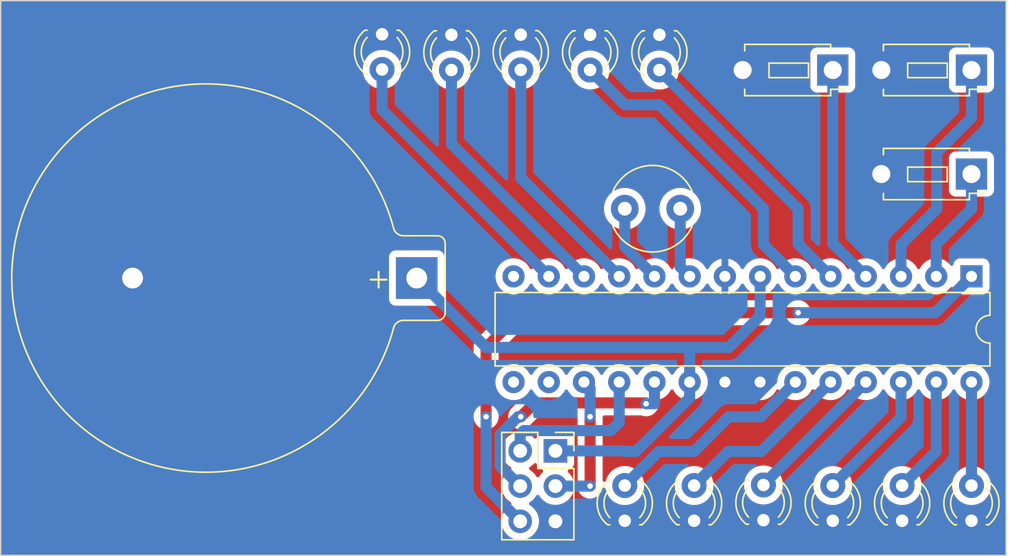
<source format=kicad_pcb>
(kicad_pcb (version 20221018) (generator pcbnew)
  (layers (0 "F.Cu" signal) (31 "B.Cu" signal) (34 "B.Paste" user) (35 "F.Paste" user) (36 "B.SilkS" user "B.Silkscreen") (37 "F.SilkS" user "F.Silkscreen") (38 "B.Mask" user) (39 "F.Mask" user) (44 "Edge.Cuts" user))
  (net 0 "")
  (net 1 "Net-(BT1-+)")
  (net 2 "Net-(D1-A)")
  (net 3 "Net-(D2-A)")
  (net 4 "Net-(D3-A)")
  (net 5 "Net-(D4-A)")
  (net 6 "Net-(D5-A)")
  (net 7 "Net-(D6-A)")
  (net 8 "Net-(D7-A)")
  (net 9 "Net-(D8-A)")
  (net 10 "Net-(D9-A)")
  (net 11 "Net-(D10-A)")
  (net 12 "Net-(D11-A)")
  (net 13 "Net-(U1-XTAL1{slash}PB6)")
  (net 14 "Net-(U1-XTAL2{slash}PB7)")
  (net 15 "Net-(J1-Pin_2)")
  (net 16 "Net-(J1-Pin_3)")
  (net 17 "Net-(J1-Pin_4)")
  (net 18 "Net-(J1-Pin_6)")
  (net 19 "Net-(U1-PD0)")
  (net 20 "Net-(U1-PD1)")
  (net 21 "Net-(U1-PD2)")
  (net 22 "GND")
  (footprint "Button_Switch_THT:SW_PUSH_1P1T_6x3.5mm_H5.0_APEM_MJTP1250" (layer "F.Cu") (at 97.5 35.000001 180)
    (fp_text reference "SW1" hide)
    (fp_text value "SW_Push")
    (fp_line (start 0.15 -1.85) (end 0.15 -1.39) (stroke (width 0.12)) (layer "F.SilkS"))
    (fp_line (start 0.15 -1.39) (end -0.85 -1.39) (stroke (width 0.12)) (layer "F.SilkS"))
    (fp_line (start 0.15 1.39) (end 0.15 1.85) (stroke (width 0.12)) (layer "F.SilkS"))
    (fp_line (start 0.15 1.85) (end 6.35 1.85) (stroke (width 0.12)) (layer "F.SilkS"))
    (fp_line (start 6.35 -1.85) (end 0.15 -1.85) (stroke (width 0.12)) (layer "F.SilkS"))
    (fp_line (start 6.35 -1.85) (end 6.35 -1.39) (stroke (width 0.12)) (layer "F.SilkS"))
    (fp_line (start 6.35 1.39) (end 6.35 1.85) (stroke (width 0.12)) (layer "F.SilkS"))
    (fp_rect (start 1.75 -0.55) (end 4.6 0.5) (stroke (width 0.12)) (fill none) (layer "F.SilkS"))
    (pad "1" thru_hole rect (at 0 0 270) (size 2.25 2.25) (drill 1.3) (layers "*.Cu" "*.Mask") (net 19 "Net-(U1-PD0)"))
    (pad "2" thru_hole circle (at 6.5 0 270) (size 2.25 2.25) (drill 1.3) (layers "*.Cu" "*.Mask") (net 22 "GND"))
  )
  (footprint "Inductor_THT:L_Radial_D6.0mm_P4.00mm" (layer "F.Cu") (at 72.5 37.500001)
    (fp_text reference "Y1" hide)
    (fp_text value "Quartz Crystal" hide)
    (fp_arc (start -0.85426 -1.26) (mid 2 -3.12) (end 4.85426 -1.26) (stroke (width 0.12)) (layer "F.SilkS"))
    (fp_arc (start 4.85426 1.26) (mid 2 3.12) (end -0.85426 1.26) (stroke (width 0.12)) (layer "F.SilkS"))
    (pad "1" thru_hole circle (at 0 0) (size 2 2) (drill 1) (layers "*.Cu" "*.Mask") (net 14 "Net-(U1-XTAL2{slash}PB7)"))
    (pad "2" thru_hole circle (at 4 0) (size 2 2) (drill 1) (layers "*.Cu" "*.Mask") (net 13 "Net-(U1-XTAL1{slash}PB6)"))
  )
  (footprint "LED_THT:LED_D3.0mm" (layer "F.Cu") (at 55 24.920001 -90)
    (fp_text reference "D5" hide)
    (fp_text value "LED")
    (fp_line (start -0.29 -1.236) (end -0.29 -1.08) (stroke (width 0.12)) (layer "F.SilkS"))
    (fp_line (start -0.29 1.08) (end -0.29 1.236) (stroke (width 0.12)) (layer "F.SilkS"))
    (fp_arc (start -0.29 -1.235516) (mid 1.366487 -1.987659) (end 2.942335 -1.078608) (stroke (width 0.12)) (layer "F.SilkS"))
    (fp_arc (start 0.229039 -1.08) (mid 1.270117 -1.5) (end 2.31113 -1.079837) (stroke (width 0.12)) (layer "F.SilkS"))
    (fp_arc (start 2.31113 1.079837) (mid 1.270117 1.5) (end 0.229039 1.08) (stroke (width 0.12)) (layer "F.SilkS"))
    (fp_arc (start 2.942335 1.078608) (mid 1.366487 1.987659) (end -0.29 1.235516) (stroke (width 0.12)) (layer "F.SilkS"))
    (pad "1" thru_hole rect (at 0 0 270) (size 1.8 1.8) (drill 0.9) (layers "*.Cu" "*.Mask") (net 22 "GND"))
    (pad "2" thru_hole circle (at 2.54 0 270) (size 1.8 1.8) (drill 0.9) (layers "*.Cu" "*.Mask") (net 6 "Net-(D5-A)"))
  )
  (footprint "Button_Switch_THT:SW_PUSH_1P1T_6x3.5mm_H5.0_APEM_MJTP1250" (layer "F.Cu") (at 97.5 27.500001 180)
    (fp_text reference "SW2" hide)
    (fp_text value "SW_Push")
    (fp_line (start 0.15 -1.85) (end 0.15 -1.39) (stroke (width 0.12)) (layer "F.SilkS"))
    (fp_line (start 0.15 -1.39) (end -0.85 -1.39) (stroke (width 0.12)) (layer "F.SilkS"))
    (fp_line (start 0.15 1.39) (end 0.15 1.85) (stroke (width 0.12)) (layer "F.SilkS"))
    (fp_line (start 0.15 1.85) (end 6.35 1.85) (stroke (width 0.12)) (layer "F.SilkS"))
    (fp_line (start 6.35 -1.85) (end 0.15 -1.85) (stroke (width 0.12)) (layer "F.SilkS"))
    (fp_line (start 6.35 -1.85) (end 6.35 -1.39) (stroke (width 0.12)) (layer "F.SilkS"))
    (fp_line (start 6.35 1.39) (end 6.35 1.85) (stroke (width 0.12)) (layer "F.SilkS"))
    (fp_rect (start 1.75 -0.55) (end 4.6 0.5) (stroke (width 0.12)) (fill none) (layer "F.SilkS"))
    (pad "1" thru_hole rect (at 0 0 270) (size 2.25 2.25) (drill 1.3) (layers "*.Cu" "*.Mask") (net 20 "Net-(U1-PD1)"))
    (pad "2" thru_hole circle (at 6.5 0 270) (size 2.25 2.25) (drill 1.3) (layers "*.Cu" "*.Mask") (net 22 "GND"))
  )
  (footprint "LED_THT:LED_D3.0mm" (layer "F.Cu") (at 75 24.960001 -90)
    (fp_text reference "D1" hide)
    (fp_text value "LED")
    (fp_line (start -0.29 -1.236) (end -0.29 -1.08) (stroke (width 0.12)) (layer "F.SilkS"))
    (fp_line (start -0.29 1.08) (end -0.29 1.236) (stroke (width 0.12)) (layer "F.SilkS"))
    (fp_arc (start -0.29 -1.235516) (mid 1.366487 -1.987659) (end 2.942335 -1.078608) (stroke (width 0.12)) (layer "F.SilkS"))
    (fp_arc (start 0.229039 -1.08) (mid 1.270117 -1.5) (end 2.31113 -1.079837) (stroke (width 0.12)) (layer "F.SilkS"))
    (fp_arc (start 2.31113 1.079837) (mid 1.270117 1.5) (end 0.229039 1.08) (stroke (width 0.12)) (layer "F.SilkS"))
    (fp_arc (start 2.942335 1.078608) (mid 1.366487 1.987659) (end -0.29 1.235516) (stroke (width 0.12)) (layer "F.SilkS"))
    (pad "1" thru_hole rect (at 0 0 270) (size 1.8 1.8) (drill 0.9) (layers "*.Cu" "*.Mask") (net 22 "GND"))
    (pad "2" thru_hole circle (at 2.54 0 270) (size 1.8 1.8) (drill 0.9) (layers "*.Cu" "*.Mask") (net 2 "Net-(D1-A)"))
  )
  (footprint "Connector_PinSocket_2.54mm:PinSocket_2x03_P2.54mm_Vertical" (layer "F.Cu") (at 67.5 54.960001)
    (fp_text reference "J1" hide)
    (fp_text value "Conn_02x03" hide)
    (fp_line (start -3.87 -1.33) (end -3.87 6.41) (stroke (width 0.12)) (layer "F.SilkS"))
    (fp_line (start -3.87 -1.33) (end -1.27 -1.33) (stroke (width 0.12)) (layer "F.SilkS"))
    (fp_line (start -3.87 6.41) (end 1.33 6.41) (stroke (width 0.12)) (layer "F.SilkS"))
    (fp_line (start -1.27 -1.33) (end -1.27 1.27) (stroke (width 0.12)) (layer "F.SilkS"))
    (fp_line (start -1.27 1.27) (end 1.33 1.27) (stroke (width 0.12)) (layer "F.SilkS"))
    (fp_line (start 0 -1.33) (end 1.33 -1.33) (stroke (width 0.12)) (layer "F.SilkS"))
    (fp_line (start 1.33 -1.33) (end 1.33 0) (stroke (width 0.12)) (layer "F.SilkS"))
    (fp_line (start 1.33 1.27) (end 1.33 6.41) (stroke (width 0.12)) (layer "F.SilkS"))
    (pad "1" thru_hole rect (at 0 0) (size 1.7 1.7) (drill 1) (layers "*.Cu" "*.Mask") (net 1 "Net-(BT1-+)"))
    (pad "2" thru_hole oval (at -2.54 0) (size 1.7 1.7) (drill 1) (layers "*.Cu" "*.Mask") (net 15 "Net-(J1-Pin_2)"))
    (pad "3" thru_hole oval (at 0 2.54) (size 1.7 1.7) (drill 1) (layers "*.Cu" "*.Mask") (net 16 "Net-(J1-Pin_3)"))
    (pad "4" thru_hole oval (at -2.54 2.54) (size 1.7 1.7) (drill 1) (layers "*.Cu" "*.Mask") (net 17 "Net-(J1-Pin_4)"))
    (pad "5" thru_hole oval (at 0 5.08) (size 1.7 1.7) (drill 1) (layers "*.Cu" "*.Mask") (net 22 "GND"))
    (pad "6" thru_hole oval (at -2.54 5.08) (size 1.7 1.7) (drill 1) (layers "*.Cu" "*.Mask") (net 18 "Net-(J1-Pin_6)"))
  )
  (footprint "Battery:BatteryHolder_Keystone_106_1x20mm" (layer "F.Cu") (at 57.5 42.500001 180)
    (fp_text reference "BT1" hide)
    (fp_text value "Battery_Cell" hide)
    (fp_text user "+" (at 2.75 0) (layer "F.SilkS") (effects (font (size 1.5 1.5))))
    (fp_line (start -2.05 -2.5) (end -2.05 2.5) (stroke (width 0.12)) (layer "F.SilkS"))
    (fp_line (start -1.5 3.05) (end 0.95 3.05) (stroke (width 0.12)) (layer "F.SilkS"))
    (fp_line (start 0.95 -3.05) (end -1.5 -3.05) (stroke (width 0.12)) (layer "F.SilkS"))
    (fp_arc (start -2.05 -2.5) (mid -1.888909 -2.888909) (end -1.5 -3.05) (stroke (width 0.12)) (layer "F.SilkS"))
    (fp_arc (start -1.5 3.05) (mid -1.888909 2.888909) (end -2.05 2.5) (stroke (width 0.12)) (layer "F.SilkS"))
    (fp_arc (start 0.95 3.05) (mid 1.371575 3.178399) (end 1.65 3.52) (stroke (width 0.12)) (layer "F.SilkS"))
    (fp_arc (start 1.65 -3.52) (mid 1.371576 -3.178397) (end 0.95 -3.05) (stroke (width 0.12)) (layer "F.SilkS"))
    (fp_arc (start 1.65 -3.52) (mid 16.974433 -13.886953) (end 29.2 0) (stroke (width 0.12)) (layer "F.SilkS"))
    (fp_arc (start 29.2 0) (mid 16.974433 13.886954) (end 1.65 3.52) (stroke (width 0.12)) (layer "F.SilkS"))
    (pad "1" thru_hole rect (at 0 0 180) (size 3 3) (drill 1.5) (layers "*.Cu" "*.Mask") (net 1 "Net-(BT1-+)"))
    (pad "2" thru_hole circle (at 20.49 0 180) (size 3 3) (drill 1.5) (layers "*.Cu" "*.Mask") (net 22 "GND"))
  )
  (footprint "LED_THT:LED_D3.0mm" (layer "F.Cu") (at 60 24.960001 -90)
    (fp_text reference "D4" hide)
    (fp_text value "LED")
    (fp_line (start -0.29 -1.236) (end -0.29 -1.08) (stroke (width 0.12)) (layer "F.SilkS"))
    (fp_line (start -0.29 1.08) (end -0.29 1.236) (stroke (width 0.12)) (layer "F.SilkS"))
    (fp_arc (start -0.29 -1.235516) (mid 1.366487 -1.987659) (end 2.942335 -1.078608) (stroke (width 0.12)) (layer "F.SilkS"))
    (fp_arc (start 0.229039 -1.08) (mid 1.270117 -1.5) (end 2.31113 -1.079837) (stroke (width 0.12)) (layer "F.SilkS"))
    (fp_arc (start 2.31113 1.079837) (mid 1.270117 1.5) (end 0.229039 1.08) (stroke (width 0.12)) (layer "F.SilkS"))
    (fp_arc (start 2.942335 1.078608) (mid 1.366487 1.987659) (end -0.29 1.235516) (stroke (width 0.12)) (layer "F.SilkS"))
    (pad "1" thru_hole rect (at 0 0 270) (size 1.8 1.8) (drill 0.9) (layers "*.Cu" "*.Mask") (net 22 "GND"))
    (pad "2" thru_hole circle (at 2.54 0 270) (size 1.8 1.8) (drill 0.9) (layers "*.Cu" "*.Mask") (net 5 "Net-(D4-A)"))
  )
  (footprint "LED_THT:LED_D3.0mm" (layer "F.Cu") (at 72.500001 60.000001 90)
    (fp_text reference "D6" hide)
    (fp_text value "LED")
    (fp_line (start -0.29 -1.236) (end -0.29 -1.08) (stroke (width 0.12)) (layer "F.SilkS"))
    (fp_line (start -0.29 1.08) (end -0.29 1.236) (stroke (width 0.12)) (layer "F.SilkS"))
    (fp_arc (start -0.29 -1.235516) (mid 1.366487 -1.987659) (end 2.942335 -1.078608) (stroke (width 0.12)) (layer "F.SilkS"))
    (fp_arc (start 0.229039 -1.08) (mid 1.270117 -1.5) (end 2.31113 -1.079837) (stroke (width 0.12)) (layer "F.SilkS"))
    (fp_arc (start 2.31113 1.079837) (mid 1.270117 1.5) (end 0.229039 1.08) (stroke (width 0.12)) (layer "F.SilkS"))
    (fp_arc (start 2.942335 1.078608) (mid 1.366487 1.987659) (end -0.29 1.235516) (stroke (width 0.12)) (layer "F.SilkS"))
    (pad "1" thru_hole rect (at 0 0 90) (size 1.8 1.8) (drill 0.9) (layers "*.Cu" "*.Mask") (net 22 "GND"))
    (pad "2" thru_hole circle (at 2.54 0 90) (size 1.8 1.8) (drill 0.9) (layers "*.Cu" "*.Mask") (net 7 "Net-(D6-A)"))
  )
  (footprint "LED_THT:LED_D3.0mm" (layer "F.Cu") (at 65 24.950001 -90)
    (fp_text reference "D3" hide)
    (fp_text value "LED")
    (fp_line (start -0.29 -1.236) (end -0.29 -1.08) (stroke (width 0.12)) (layer "F.SilkS"))
    (fp_line (start -0.29 1.08) (end -0.29 1.236) (stroke (width 0.12)) (layer "F.SilkS"))
    (fp_arc (start -0.29 -1.235516) (mid 1.366487 -1.987659) (end 2.942335 -1.078608) (stroke (width 0.12)) (layer "F.SilkS"))
    (fp_arc (start 0.229039 -1.08) (mid 1.270117 -1.5) (end 2.31113 -1.079837) (stroke (width 0.12)) (layer "F.SilkS"))
    (fp_arc (start 2.31113 1.079837) (mid 1.270117 1.5) (end 0.229039 1.08) (stroke (width 0.12)) (layer "F.SilkS"))
    (fp_arc (start 2.942335 1.078608) (mid 1.366487 1.987659) (end -0.29 1.235516) (stroke (width 0.12)) (layer "F.SilkS"))
    (pad "1" thru_hole rect (at 0 0 270) (size 1.8 1.8) (drill 0.9) (layers "*.Cu" "*.Mask") (net 22 "GND"))
    (pad "2" thru_hole circle (at 2.54 0 270) (size 1.8 1.8) (drill 0.9) (layers "*.Cu" "*.Mask") (net 4 "Net-(D3-A)"))
  )
  (footprint "Package_DIP:DIP-28_W7.62mm" (layer "F.Cu") (at 97.5 42.380001 -90)
    (fp_text reference "U1" hide)
    (fp_text value "ATmega48A-P")
    (fp_line (start 1.16 -1.33) (end 1.16 34.35) (stroke (width 0.12)) (layer "F.SilkS"))
    (fp_line (start 1.16 34.35) (end 6.46 34.35) (stroke (width 0.12)) (layer "F.SilkS"))
    (fp_line (start 2.81 -1.33) (end 1.16 -1.33) (stroke (width 0.12)) (layer "F.SilkS"))
    (fp_line (start 6.46 -1.33) (end 4.81 -1.33) (stroke (width 0.12)) (layer "F.SilkS"))
    (fp_line (start 6.46 34.35) (end 6.46 -1.33) (stroke (width 0.12)) (layer "F.SilkS"))
    (fp_arc (start 4.81 -1.33) (mid 3.81 -0.33) (end 2.81 -1.33) (stroke (width 0.12)) (layer "F.SilkS"))
    (pad "1" thru_hole rect (at 0 0 270) (size 1.6 1.6) (drill 0.8) (layers "*.Cu" "*.Mask") (net 18 "Net-(J1-Pin_6)"))
    (pad "2" thru_hole oval (at 0 2.54 270) (size 1.6 1.6) (drill 0.8) (layers "*.Cu" "*.Mask") (net 19 "Net-(U1-PD0)"))
    (pad "3" thru_hole oval (at 0 5.08 270) (size 1.6 1.6) (drill 0.8) (layers "*.Cu" "*.Mask") (net 20 "Net-(U1-PD1)"))
    (pad "4" thru_hole oval (at 0 7.62 270) (size 1.6 1.6) (drill 0.8) (layers "*.Cu" "*.Mask") (net 21 "Net-(U1-PD2)"))
    (pad "5" thru_hole oval (at 0 10.16 270) (size 1.6 1.6) (drill 0.8) (layers "*.Cu" "*.Mask") (net 2 "Net-(D1-A)"))
    (pad "6" thru_hole oval (at 0 12.7 270) (size 1.6 1.6) (drill 0.8) (layers "*.Cu" "*.Mask") (net 3 "Net-(D2-A)"))
    (pad "7" thru_hole oval (at 0 15.24 270) (size 1.6 1.6) (drill 0.8) (layers "*.Cu" "*.Mask") (net 1 "Net-(BT1-+)"))
    (pad "8" thru_hole oval (at 0 17.78 270) (size 1.6 1.6) (drill 0.8) (layers "*.Cu" "*.Mask") (net 22 "GND"))
    (pad "9" thru_hole oval (at 0 20.32 270) (size 1.6 1.6) (drill 0.8) (layers "*.Cu" "*.Mask") (net 13 "Net-(U1-XTAL1{slash}PB6)"))
    (pad "10" thru_hole oval (at 0 22.86 270) (size 1.6 1.6) (drill 0.8) (layers "*.Cu" "*.Mask") (net 14 "Net-(U1-XTAL2{slash}PB7)"))
    (pad "11" thru_hole oval (at 0 25.4 270) (size 1.6 1.6) (drill 0.8) (layers "*.Cu" "*.Mask") (net 4 "Net-(D3-A)"))
    (pad "12" thru_hole oval (at 0 27.94 270) (size 1.6 1.6) (drill 0.8) (layers "*.Cu" "*.Mask") (net 5 "Net-(D4-A)"))
    (pad "13" thru_hole oval (at 0 30.48 270) (size 1.6 1.6) (drill 0.8) (layers "*.Cu" "*.Mask") (net 6 "Net-(D5-A)"))
    (pad "14" thru_hole oval (at 0 33.02 270) (size 1.6 1.6) (drill 0.8) (layers "*.Cu" "*.Mask"))
    (pad "15" thru_hole oval (at 7.62 33.02 270) (size 1.6 1.6) (drill 0.8) (layers "*.Cu" "*.Mask"))
    (pad "16" thru_hole oval (at 7.62 30.48 270) (size 1.6 1.6) (drill 0.8) (layers "*.Cu" "*.Mask"))
    (pad "17" thru_hole oval (at 7.62 27.94 270) (size 1.6 1.6) (drill 0.8) (layers "*.Cu" "*.Mask") (net 16 "Net-(J1-Pin_3)"))
    (pad "18" thru_hole oval (at 7.62 25.4 270) (size 1.6 1.6) (drill 0.8) (layers "*.Cu" "*.Mask") (net 15 "Net-(J1-Pin_2)"))
    (pad "19" thru_hole oval (at 7.62 22.86 270) (size 1.6 1.6) (drill 0.8) (layers "*.Cu" "*.Mask") (net 17 "Net-(J1-Pin_4)"))
    (pad "20" thru_hole oval (at 7.62 20.32 270) (size 1.6 1.6) (drill 0.8) (layers "*.Cu" "*.Mask") (net 1 "Net-(BT1-+)"))
    (pad "21" thru_hole oval (at 7.62 17.78 270) (size 1.6 1.6) (drill 0.8) (layers "*.Cu" "*.Mask") (net 22 "GND"))
    (pad "22" thru_hole oval (at 7.62 15.24 270) (size 1.6 1.6) (drill 0.8) (layers "*.Cu" "*.Mask") (net 22 "GND"))
    (pad "23" thru_hole oval (at 7.62 12.7 270) (size 1.6 1.6) (drill 0.8) (layers "*.Cu" "*.Mask") (net 7 "Net-(D6-A)"))
    (pad "24" thru_hole oval (at 7.62 10.16 270) (size 1.6 1.6) (drill 0.8) (layers "*.Cu" "*.Mask") (net 8 "Net-(D7-A)"))
    (pad "25" thru_hole oval (at 7.62 7.62 270) (size 1.6 1.6) (drill 0.8) (layers "*.Cu" "*.Mask") (net 9 "Net-(D8-A)"))
    (pad "26" thru_hole oval (at 7.62 5.08 270) (size 1.6 1.6) (drill 0.8) (layers "*.Cu" "*.Mask") (net 10 "Net-(D9-A)"))
    (pad "27" thru_hole oval (at 7.62 2.54 270) (size 1.6 1.6) (drill 0.8) (layers "*.Cu" "*.Mask") (net 11 "Net-(D10-A)"))
    (pad "28" thru_hole oval (at 7.62 0 270) (size 1.6 1.6) (drill 0.8) (layers "*.Cu" "*.Mask") (net 12 "Net-(D11-A)"))
  )
  (footprint "LED_THT:LED_D3.0mm" (layer "F.Cu") (at 70 24.960001 -90)
    (fp_text reference "D2" hide)
    (fp_text value "LED")
    (fp_line (start -0.29 -1.236) (end -0.29 -1.08) (stroke (width 0.12)) (layer "F.SilkS"))
    (fp_line (start -0.29 1.08) (end -0.29 1.236) (stroke (width 0.12)) (layer "F.SilkS"))
    (fp_arc (start -0.29 -1.235516) (mid 1.366487 -1.987659) (end 2.942335 -1.078608) (stroke (width 0.12)) (layer "F.SilkS"))
    (fp_arc (start 0.229039 -1.08) (mid 1.270117 -1.5) (end 2.31113 -1.079837) (stroke (width 0.12)) (layer "F.SilkS"))
    (fp_arc (start 2.31113 1.079837) (mid 1.270117 1.5) (end 0.229039 1.08) (stroke (width 0.12)) (layer "F.SilkS"))
    (fp_arc (start 2.942335 1.078608) (mid 1.366487 1.987659) (end -0.29 1.235516) (stroke (width 0.12)) (layer "F.SilkS"))
    (pad "1" thru_hole rect (at 0 0 270) (size 1.8 1.8) (drill 0.9) (layers "*.Cu" "*.Mask") (net 22 "GND"))
    (pad "2" thru_hole circle (at 2.54 0 270) (size 1.8 1.8) (drill 0.9) (layers "*.Cu" "*.Mask") (net 3 "Net-(D2-A)"))
  )
  (footprint "Button_Switch_THT:SW_PUSH_1P1T_6x3.5mm_H5.0_APEM_MJTP1250" (layer "F.Cu") (at 87.5 27.500001 180)
    (fp_text reference "SW3" hide)
    (fp_text value "SW_Push")
    (fp_line (start 0.15 -1.85) (end 0.15 -1.39) (stroke (width 0.12)) (layer "F.SilkS"))
    (fp_line (start 0.15 -1.39) (end -0.85 -1.39) (stroke (width 0.12)) (layer "F.SilkS"))
    (fp_line (start 0.15 1.39) (end 0.15 1.85) (stroke (width 0.12)) (layer "F.SilkS"))
    (fp_line (start 0.15 1.85) (end 6.35 1.85) (stroke (width 0.12)) (layer "F.SilkS"))
    (fp_line (start 6.35 -1.85) (end 0.15 -1.85) (stroke (width 0.12)) (layer "F.SilkS"))
    (fp_line (start 6.35 -1.85) (end 6.35 -1.39) (stroke (width 0.12)) (layer "F.SilkS"))
    (fp_line (start 6.35 1.39) (end 6.35 1.85) (stroke (width 0.12)) (layer "F.SilkS"))
    (fp_rect (start 1.75 -0.55) (end 4.6 0.5) (stroke (width 0.12)) (fill none) (layer "F.SilkS"))
    (pad "1" thru_hole rect (at 0 0 270) (size 2.25 2.25) (drill 1.3) (layers "*.Cu" "*.Mask") (net 21 "Net-(U1-PD2)"))
    (pad "2" thru_hole circle (at 6.5 0 270) (size 2.25 2.25) (drill 1.3) (layers "*.Cu" "*.Mask") (net 22 "GND"))
  )
  (footprint "LED_THT:LED_D3.0mm" (layer "F.Cu") (at 97.500001 60.000001 90)
    (fp_text reference "D11" hide)
    (fp_text value "LED")
    (fp_line (start -0.29 -1.236) (end -0.29 -1.08) (stroke (width 0.12)) (layer "F.SilkS"))
    (fp_line (start -0.29 1.08) (end -0.29 1.236) (stroke (width 0.12)) (layer "F.SilkS"))
    (fp_arc (start -0.29 -1.235516) (mid 1.366487 -1.987659) (end 2.942335 -1.078608) (stroke (width 0.12)) (layer "F.SilkS"))
    (fp_arc (start 0.229039 -1.08) (mid 1.270117 -1.5) (end 2.31113 -1.079837) (stroke (width 0.12)) (layer "F.SilkS"))
    (fp_arc (start 2.31113 1.079837) (mid 1.270117 1.5) (end 0.229039 1.08) (stroke (width 0.12)) (layer "F.SilkS"))
    (fp_arc (start 2.942335 1.078608) (mid 1.366487 1.987659) (end -0.29 1.235516) (stroke (width 0.12)) (layer "F.SilkS"))
    (pad "1" thru_hole rect (at 0 0 90) (size 1.8 1.8) (drill 0.9) (layers "*.Cu" "*.Mask") (net 22 "GND"))
    (pad "2" thru_hole circle (at 2.54 0 90) (size 1.8 1.8) (drill 0.9) (layers "*.Cu" "*.Mask") (net 12 "Net-(D11-A)"))
  )
  (footprint "LED_THT:LED_D3.0mm" (layer "F.Cu") (at 82.500001 59.960001 90)
    (fp_text reference "D8" hide)
    (fp_text value "LED")
    (fp_line (start -0.29 -1.236) (end -0.29 -1.08) (stroke (width 0.12)) (layer "F.SilkS"))
    (fp_line (start -0.29 1.08) (end -0.29 1.236) (stroke (width 0.12)) (layer "F.SilkS"))
    (fp_arc (start -0.29 -1.235516) (mid 1.366487 -1.987659) (end 2.942335 -1.078608) (stroke (width 0.12)) (layer "F.SilkS"))
    (fp_arc (start 0.229039 -1.08) (mid 1.270117 -1.5) (end 2.31113 -1.079837) (stroke (width 0.12)) (layer "F.SilkS"))
    (fp_arc (start 2.31113 1.079837) (mid 1.270117 1.5) (end 0.229039 1.08) (stroke (width 0.12)) (layer "F.SilkS"))
    (fp_arc (start 2.942335 1.078608) (mid 1.366487 1.987659) (end -0.29 1.235516) (stroke (width 0.12)) (layer "F.SilkS"))
    (pad "1" thru_hole rect (at 0 0 90) (size 1.8 1.8) (drill 0.9) (layers "*.Cu" "*.Mask") (net 22 "GND"))
    (pad "2" thru_hole circle (at 2.54 0 90) (size 1.8 1.8) (drill 0.9) (layers "*.Cu" "*.Mask") (net 9 "Net-(D8-A)"))
  )
  (footprint "LED_THT:LED_D3.0mm" (layer "F.Cu") (at 87.500001 60.000001 90)
    (fp_text reference "D9" hide)
    (fp_text value "LED")
    (fp_line (start -0.29 -1.236) (end -0.29 -1.08) (stroke (width 0.12)) (layer "F.SilkS"))
    (fp_line (start -0.29 1.08) (end -0.29 1.236) (stroke (width 0.12)) (layer "F.SilkS"))
    (fp_arc (start -0.29 -1.235516) (mid 1.366487 -1.987659) (end 2.942335 -1.078608) (stroke (width 0.12)) (layer "F.SilkS"))
    (fp_arc (start 0.229039 -1.08) (mid 1.270117 -1.5) (end 2.31113 -1.079837) (stroke (width 0.12)) (layer "F.SilkS"))
    (fp_arc (start 2.31113 1.079837) (mid 1.270117 1.5) (end 0.229039 1.08) (stroke (width 0.12)) (layer "F.SilkS"))
    (fp_arc (start 2.942335 1.078608) (mid 1.366487 1.987659) (end -0.29 1.235516) (stroke (width 0.12)) (layer "F.SilkS"))
    (pad "1" thru_hole rect (at 0 0 90) (size 1.8 1.8) (drill 0.9) (layers "*.Cu" "*.Mask") (net 22 "GND"))
    (pad "2" thru_hole circle (at 2.54 0 90) (size 1.8 1.8) (drill 0.9) (layers "*.Cu" "*.Mask") (net 10 "Net-(D9-A)"))
  )
  (footprint "LED_THT:LED_D3.0mm" (layer "F.Cu") (at 92.500001 60.000001 90)
    (fp_text reference "D10" hide)
    (fp_text value "LED")
    (fp_line (start -0.29 -1.236) (end -0.29 -1.08) (stroke (width 0.12)) (layer "F.SilkS"))
    (fp_line (start -0.29 1.08) (end -0.29 1.236) (stroke (width 0.12)) (layer "F.SilkS"))
    (fp_arc (start -0.29 -1.235516) (mid 1.366487 -1.987659) (end 2.942335 -1.078608) (stroke (width 0.12)) (layer "F.SilkS"))
    (fp_arc (start 0.229039 -1.08) (mid 1.270117 -1.5) (end 2.31113 -1.079837) (stroke (width 0.12)) (layer "F.SilkS"))
    (fp_arc (start 2.31113 1.079837) (mid 1.270117 1.5) (end 0.229039 1.08) (stroke (width 0.12)) (layer "F.SilkS"))
    (fp_arc (start 2.942335 1.078608) (mid 1.366487 1.987659) (end -0.29 1.235516) (stroke (width 0.12)) (layer "F.SilkS"))
    (pad "1" thru_hole rect (at 0 0 90) (size 1.8 1.8) (drill 0.9) (layers "*.Cu" "*.Mask") (net 22 "GND"))
    (pad "2" thru_hole circle (at 2.54 0 90) (size 1.8 1.8) (drill 0.9) (layers "*.Cu" "*.Mask") (net 11 "Net-(D10-A)"))
  )
  (footprint "LED_THT:LED_D3.0mm" (layer "F.Cu") (at 77.500001 60.000001 90)
    (fp_text reference "D7" hide)
    (fp_text value "LED")
    (fp_line (start -0.29 -1.236) (end -0.29 -1.08) (stroke (width 0.12)) (layer "F.SilkS"))
    (fp_line (start -0.29 1.08) (end -0.29 1.236) (stroke (width 0.12)) (layer "F.SilkS"))
    (fp_arc (start -0.29 -1.235516) (mid 1.366487 -1.987659) (end 2.942335 -1.078608) (stroke (width 0.12)) (layer "F.SilkS"))
    (fp_arc (start 0.229039 -1.08) (mid 1.270117 -1.5) (end 2.31113 -1.079837) (stroke (width 0.12)) (layer "F.SilkS"))
    (fp_arc (start 2.31113 1.079837) (mid 1.270117 1.5) (end 0.229039 1.08) (stroke (width 0.12)) (layer "F.SilkS"))
    (fp_arc (start 2.942335 1.078608) (mid 1.366487 1.987659) (end -0.29 1.235516) (stroke (width 0.12)) (layer "F.SilkS"))
    (pad "1" thru_hole rect (at 0 0 90) (size 1.8 1.8) (drill 0.9) (layers "*.Cu" "*.Mask") (net 22 "GND"))
    (pad "2" thru_hole circle (at 2.54 0 90) (size 1.8 1.8) (drill 0.9) (layers "*.Cu" "*.Mask") (net 8 "Net-(D7-A)"))
  )
  (gr_line (start 100 22.500001) (end 100.000001 62.500001) (stroke (width 0.1)) (layer "Edge.Cuts"))
  (gr_line (start 100 22.500001) (end 27.5 22.500001) (stroke (width 0.1)) (layer "Edge.Cuts"))
  (gr_line (start 27.5 22.500001) (end 27.5 62.500001) (stroke (width 0.1)) (layer "Edge.Cuts"))
  (gr_line (start 100.000001 62.500001) (end 27.5 62.500001) (stroke (width 0.1)) (layer "Edge.Cuts"))
  (segment (start 82.26 45.240001) (end 82.26 42.380001) (width 0.8) (layer "B.Cu") (net 1))
  (segment (start 67.5 54.960001) (end 67.5 54.600001) (width 0.8) (layer "B.Cu") (net 1))
  (segment (start 80 47.500001) (end 82.26 45.240001) (width 0.8) (layer "B.Cu") (net 1))
  (segment (start 77.5 47.500001) (end 77.18 47.820001) (width 0.8) (layer "B.Cu") (net 1))
  (segment (start 77.5 47.500001) (end 80 47.500001) (width 0.8) (layer "B.Cu") (net 1))
  (segment (start 62.5 47.500001) (end 77.5 47.500001) (width 0.8) (layer "B.Cu") (net 1))
  (segment (start 72.460001 54.960001) (end 67.5 54.960001) (width 0.8) (layer "B.Cu") (net 1))
  (segment (start 73.311371 55) (end 72.5 55) (width 0.8) (layer "B.Cu") (net 1))
  (segment (start 77.18 47.820001) (end 77.18 50.000001) (width 0.8) (layer "B.Cu") (net 1))
  (segment (start 77.18 51.131371) (end 73.311371 55) (width 0.8) (layer "B.Cu") (net 1))
  (segment (start 62.5 47.500001) (end 57.5 42.500001) (width 0.8) (layer "B.Cu") (net 1))
  (segment (start 77.18 50.000001) (end 77.18 51.131371) (width 0.8) (layer "B.Cu") (net 1))
  (segment (start 72.5 55) (end 72.460001 54.960001) (width 0.8) (layer "B.Cu") (net 1))
  (segment (start 75 27.500001) (end 85 37.500001) (width 0.8) (layer "B.Cu") (net 2))
  (segment (start 85 37.500001) (end 85 40.040001) (width 0.8) (layer "B.Cu") (net 2))
  (segment (start 85 40.040001) (end 87.34 42.380001) (width 0.8) (layer "B.Cu") (net 2))
  (segment (start 82.5 37.500001) (end 82.5 40.080001) (width 0.8) (layer "B.Cu") (net 3))
  (segment (start 75 30.000001) (end 82.5 37.500001) (width 0.8) (layer "B.Cu") (net 3))
  (segment (start 72.5 30.000001) (end 75 30.000001) (width 0.8) (layer "B.Cu") (net 3))
  (segment (start 82.5 40.080001) (end 84.8 42.380001) (width 0.8) (layer "B.Cu") (net 3))
  (segment (start 70 27.500001) (end 72.5 30.000001) (width 0.8) (layer "B.Cu") (net 3))
  (segment (start 65 35.280001) (end 72.1 42.380001) (width 0.8) (layer "B.Cu") (net 4))
  (segment (start 65 27.490001) (end 65 35.280001) (width 0.8) (layer "B.Cu") (net 4))
  (segment (start 60 27.500001) (end 60 32.820001) (width 0.8) (layer "B.Cu") (net 5))
  (segment (start 60 32.820001) (end 69.56 42.380001) (width 0.8) (layer "B.Cu") (net 5))
  (segment (start 55 30.360001) (end 67.02 42.380001) (width 0.8) (layer "B.Cu") (net 6))
  (segment (start 55 27.460001) (end 55 30.360001) (width 0.8) (layer "B.Cu") (net 6))
  (segment (start 80 52.500001) (end 77.5 55.000001) (width 0.8) (layer "B.Cu") (net 7))
  (segment (start 82.3 52.500001) (end 80 52.500001) (width 0.8) (layer "B.Cu") (net 7))
  (segment (start 77.5 55.000001) (end 74.960001 55.000001) (width 0.8) (layer "B.Cu") (net 7))
  (segment (start 74.960001 55.000001) (end 72.500001 57.460001) (width 0.8) (layer "B.Cu") (net 7))
  (segment (start 84.8 50.000001) (end 82.3 52.500001) (width 0.8) (layer "B.Cu") (net 7))
  (segment (start 87.34 50.000001) (end 82.34 55.000001) (width 0.8) (layer "B.Cu") (net 8))
  (segment (start 82.34 55.000001) (end 79.960001 55.000001) (width 0.8) (layer "B.Cu") (net 8))
  (segment (start 79.960001 55.000001) (end 77.500001 57.460001) (width 0.8) (layer "B.Cu") (net 8))
  (segment (start 89.88 50.000001) (end 82.500001 57.38) (width 0.8) (layer "B.Cu") (net 9))
  (segment (start 82.500001 57.38) (end 82.500001 57.420001) (width 0.8) (layer "B.Cu") (net 9))
  (segment (start 92.42 52.540002) (end 87.500001 57.460001) (width 0.8) (layer "B.Cu") (net 10))
  (segment (start 92.42 50.000001) (end 92.42 52.540002) (width 0.8) (layer "B.Cu") (net 10))
  (segment (start 94.96 50.000001) (end 94.96 55.000002) (width 0.8) (layer "B.Cu") (net 11))
  (segment (start 94.96 55.000002) (end 92.500001 57.460001) (width 0.8) (layer "B.Cu") (net 11))
  (segment (start 97.5 50.000001) (end 97.500001 57.460001) (width 0.8) (layer "B.Cu") (net 12))
  (segment (start 76.5 41.700001) (end 77.18 42.380001) (width 0.8) (layer "B.Cu") (net 13))
  (segment (start 76.5 37.500001) (end 76.5 41.700001) (width 0.8) (layer "B.Cu") (net 13))
  (segment (start 72.5 40.240001) (end 74.64 42.380001) (width 0.8) (layer "B.Cu") (net 14))
  (segment (start 72.5 37.500001) (end 72.5 40.240001) (width 0.8) (layer "B.Cu") (net 14))
  (segment (start 65.21792 53.5) (end 64.96 53.75792) (width 0.8) (layer "B.Cu") (net 15))
  (segment (start 64.96 53.75792) (end 64.96 54.960001) (width 0.8) (layer "B.Cu") (net 15))
  (segment (start 71.5 53.5) (end 65.21792 53.5) (width 0.8) (layer "B.Cu") (net 15))
  (segment (start 72.1 52.9) (end 72.1 50.000001) (width 0.8) (layer "B.Cu") (net 15))
  (segment (start 71.5 53.5) (end 72.1 52.9) (width 0.8) (layer "B.Cu") (net 15))
  (segment (start 70 57.5) (end 70 52.5) (width 0.8) (layer "F.Cu") (net 16))
  (via (at 70 57.5) (size 0.8) (drill 0.4) (layers "F.Cu" "B.Cu") (net 16))
  (via (at 70 52.5) (size 0.8) (drill 0.4) (layers "F.Cu" "B.Cu") (net 16))
  (segment (start 70 52.5) (end 70 50.440001) (width 0.8) (layer "B.Cu") (net 16))
  (segment (start 70 50.440001) (end 69.56 50.000001) (width 0.8) (layer "B.Cu") (net 16))
  (segment (start 67.5 57.500001) (end 70 57.5) (width 0.8) (layer "B.Cu") (net 16))
  (segment (start 73.975336 51.5) (end 66 51.5) (width 0.8) (layer "F.Cu") (net 17))
  (segment (start 66 51.5) (end 65 52.5) (width 0.8) (layer "F.Cu") (net 17))
  (segment (start 74.037418 51.562082) (end 73.975336 51.5) (width 0.8) (layer "F.Cu") (net 17))
  (via (at 65 52.5) (size 0.8) (drill 0.4) (layers "F.Cu" "B.Cu") (net 17))
  (via (at 74.037418 51.562082) (size 0.8) (drill 0.4) (layers "F.Cu" "B.Cu") (net 17))
  (segment (start 74.64 51.562082) (end 74.037418 51.562082) (width 0.8) (layer "B.Cu") (net 17))
  (segment (start 63.51 53.793706) (end 63.51 56.050001) (width 0.8) (layer "B.Cu") (net 17))
  (segment (start 65 52.5) (end 64.803706 52.5) (width 0.8) (layer "B.Cu") (net 17))
  (segment (start 64.803706 52.5) (end 63.51 53.793706) (width 0.8) (layer "B.Cu") (net 17))
  (segment (start 63.51 56.050001) (end 64.96 57.500001) (width 0.8) (layer "B.Cu") (net 17))
  (segment (start 74.64 51.562082) (end 74.64 50.000001) (width 0.8) (layer "B.Cu") (net 17))
  (segment (start 62.5 47.5) (end 62.5 52.5) (width 0.8) (layer "F.Cu") (net 18))
  (segment (start 85 45) (end 65 45) (width 0.8) (layer "F.Cu") (net 18))
  (segment (start 65 45) (end 62.5 47.5) (width 0.8) (layer "F.Cu") (net 18))
  (via (at 85 45) (size 0.8) (drill 0.4) (layers "F.Cu" "B.Cu") (net 18))
  (via (at 62.5 52.5) (size 0.8) (drill 0.4) (layers "F.Cu" "B.Cu") (net 18))
  (segment (start 94.880001 45) (end 85 45) (width 0.8) (layer "B.Cu") (net 18))
  (segment (start 97.5 42.380001) (end 94.880001 45) (width 0.8) (layer "B.Cu") (net 18))
  (segment (start 62.5 52.5) (end 62.5 57.580001) (width 0.8) (layer "B.Cu") (net 18))
  (segment (start 62.5 57.580001) (end 64.96 60.040001) (width 0.8) (layer "B.Cu") (net 18))
  (segment (start 94.96 40.040001) (end 94.96 42.380001) (width 0.8) (layer "B.Cu") (net 19))
  (segment (start 97.5 35.000001) (end 97.5 37.500001) (width 0.8) (layer "B.Cu") (net 19))
  (segment (start 97.5 37.500001) (end 94.96 40.040001) (width 0.8) (layer "B.Cu") (net 19))
  (segment (start 95 33.43952) (end 95 37.500001) (width 0.8) (layer "B.Cu") (net 20))
  (segment (start 95 37.500001) (end 92.42 40.080001) (width 0.8) (layer "B.Cu") (net 20))
  (segment (start 92.42 40.080001) (end 92.42 42.380001) (width 0.8) (layer "B.Cu") (net 20))
  (segment (start 97.5 27.500001) (end 97.5 30.93952) (width 0.8) (layer "B.Cu") (net 20))
  (segment (start 97.5 30.93952) (end 95 33.43952) (width 0.8) (layer "B.Cu") (net 20))
  (segment (start 87.5 27.500001) (end 87.5 40.000001) (width 0.8) (layer "B.Cu") (net 21))
  (segment (start 87.5 40.000001) (end 89.88 42.380001) (width 0.8) (layer "B.Cu") (net 21))
  (zone (net 0) (net_name "") (layer "F.Cu") (priority 1) (connect_pads yes (clearance 0.5)) (min_thickness 0.25) (fill yes (thermal_gap 0.5) (thermal_bridge_width 0.5) (island_removal_mode 1) (island_area_min 10))
    (polygon (pts (xy 100 62.500001) (xy 27.5 62.500001) (xy 27.5 22.500001) (xy 100 22.500001)))
  )
  (zone (net 22) (net_name "GND") (layer "B.Cu") (connect_pads yes (clearance 0.5)) (min_thickness 0.25) (fill yes (thermal_gap 0.5) (thermal_bridge_width 0.5))
    (polygon (pts (xy 100 62.500001) (xy 27.5 62.500001) (xy 27.5 22.500001) (xy 100 22.500001)))
  )
)
</source>
